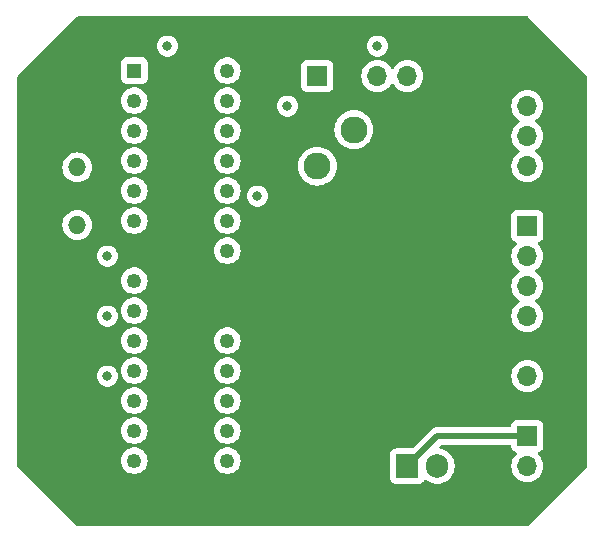
<source format=gbr>
%TF.GenerationSoftware,KiCad,Pcbnew,7.0.10*%
%TF.CreationDate,2024-04-21T18:35:41+05:30*%
%TF.ProjectId,ESDP_Final,45534450-5f46-4696-9e61-6c2e6b696361,rev?*%
%TF.SameCoordinates,Original*%
%TF.FileFunction,Copper,L3,Inr*%
%TF.FilePolarity,Positive*%
%FSLAX46Y46*%
G04 Gerber Fmt 4.6, Leading zero omitted, Abs format (unit mm)*
G04 Created by KiCad (PCBNEW 7.0.10) date 2024-04-21 18:35:41*
%MOMM*%
%LPD*%
G01*
G04 APERTURE LIST*
%TA.AperFunction,ComponentPad*%
%ADD10O,1.524000X1.524000*%
%TD*%
%TA.AperFunction,ComponentPad*%
%ADD11R,1.700000X1.700000*%
%TD*%
%TA.AperFunction,ComponentPad*%
%ADD12O,1.700000X1.700000*%
%TD*%
%TA.AperFunction,ComponentPad*%
%ADD13R,1.250000X1.250000*%
%TD*%
%TA.AperFunction,ComponentPad*%
%ADD14C,1.250000*%
%TD*%
%TA.AperFunction,ComponentPad*%
%ADD15R,1.905000X2.000000*%
%TD*%
%TA.AperFunction,ComponentPad*%
%ADD16O,1.905000X2.000000*%
%TD*%
%TA.AperFunction,ComponentPad*%
%ADD17C,2.286000*%
%TD*%
%TA.AperFunction,ViaPad*%
%ADD18C,0.800000*%
%TD*%
%TA.AperFunction,Conductor*%
%ADD19C,0.500000*%
%TD*%
G04 APERTURE END LIST*
D10*
%TO.N,Net-(U3-PB6(PCINT6{slash}XTAL1{slash}TOSC1))*%
%TO.C,16MHZ_C1*%
X139700000Y-73760000D03*
%TO.N,Net-(U3-PB7(PCINT7{slash}XTAL2{slash}TOSC2))*%
X139700000Y-78640000D03*
%TD*%
D11*
%TO.N,/PWR*%
%TO.C,J1*%
X177800000Y-96520000D03*
D12*
%TO.N,/GND*%
X177800000Y-99060000D03*
%TD*%
D13*
%TO.N,Net-(U3-PC6(PCINT14{slash}~{RESET}))*%
%TO.C,U3*%
X144526000Y-65575000D03*
D14*
%TO.N,Net-(OLED1-SCK)*%
X144526000Y-68115000D03*
%TO.N,Net-(OLED1-SDA)*%
X144526000Y-70655000D03*
%TO.N,unconnected-(U3-PD2(PCINT18{slash}INT0)-Pad4)*%
X144526000Y-73195000D03*
%TO.N,unconnected-(U3-PD3(PCINT19{slash}OC2B{slash}INT1)-Pad5)*%
X144526000Y-75735000D03*
%TO.N,unconnected-(U3-PD4(PCINT20{slash}XCK{slash}T0)-Pad6)*%
X144526000Y-78275000D03*
%TO.N,/5V_PWR*%
X144526000Y-80815000D03*
%TO.N,/GND*%
X144526000Y-83355000D03*
%TO.N,Net-(U3-PB6(PCINT6{slash}XTAL1{slash}TOSC1))*%
X144526000Y-85895000D03*
%TO.N,Net-(U3-PB7(PCINT7{slash}XTAL2{slash}TOSC2))*%
X144526000Y-88435000D03*
%TO.N,unconnected-(U3-PD5(PCINT21{slash}OC0B{slash}T1)-Pad11)*%
X144526000Y-90975000D03*
%TO.N,unconnected-(U3-PD6(PCINT22{slash}OC0A{slash}AIN0)-Pad12)*%
X144526000Y-93515000D03*
%TO.N,unconnected-(U3-PD7(PCINT23{slash}AIN1)-Pad13)*%
X144526000Y-96055000D03*
%TO.N,unconnected-(U3-PB0(PCINT0{slash}CLKO{slash}ICP1)-Pad14)*%
X144526000Y-98595000D03*
%TO.N,Net-(U3-PB1(OC1A{slash}PCINT1))*%
X152400000Y-98595000D03*
%TO.N,unconnected-(U3-PB2(~{SS}{slash}OC1B{slash}PCINT2)-Pad16)*%
X152400000Y-96055000D03*
%TO.N,unconnected-(U3-PB3(MOSI{slash}OC2A{slash}PCINT3)-Pad17)*%
X152400000Y-93515000D03*
%TO.N,unconnected-(U3-PB4(MISO{slash}PCINT4)-Pad18)*%
X152400000Y-90975000D03*
%TO.N,unconnected-(U3-PB5(SCK{slash}PCINT5)-Pad19)*%
X152400000Y-88435000D03*
%TO.N,/5V_PWR*%
X152400000Y-85895000D03*
X152400000Y-83355000D03*
%TO.N,/GND*%
X152400000Y-80815000D03*
%TO.N,/Temp_Out*%
X152400000Y-78275000D03*
%TO.N,/Humidity_Out*%
X152400000Y-75735000D03*
%TO.N,/Co2_Out*%
X152400000Y-73195000D03*
%TO.N,/AirPoll_Out*%
X152400000Y-70655000D03*
%TO.N,Net-(TCOO500-SDA)*%
X152400000Y-68115000D03*
%TO.N,Net-(TCOO500-SCL)*%
X152400000Y-65575000D03*
%TD*%
D11*
%TO.N,/GND*%
%TO.C,OLED1*%
X160020000Y-66040000D03*
D12*
%TO.N,/5V_PWR*%
X162560000Y-66040000D03*
%TO.N,Net-(OLED1-SCK)*%
X165100000Y-66040000D03*
%TO.N,Net-(OLED1-SDA)*%
X167640000Y-66040000D03*
%TD*%
D15*
%TO.N,/PWR*%
%TO.C,L7805*%
X167640000Y-99060000D03*
D16*
%TO.N,/GND*%
X170180000Y-99060000D03*
%TO.N,/5V_PWR*%
X172720000Y-99060000D03*
%TD*%
D11*
%TO.N,unconnected-(TCOO500-32K-Pad1)*%
%TO.C,TCOO500*%
X177800000Y-78740000D03*
D12*
%TO.N,unconnected-(TCOO500-SQW-Pad2)*%
X177800000Y-81280000D03*
%TO.N,Net-(TCOO500-SCL)*%
X177800000Y-83820000D03*
%TO.N,Net-(TCOO500-SDA)*%
X177800000Y-86360000D03*
%TO.N,/5V_PWR*%
X177800000Y-88900000D03*
%TO.N,/GND*%
X177800000Y-91440000D03*
%TD*%
D11*
%TO.N,/5V_PWR*%
%TO.C,MQ135*%
X177800000Y-66040000D03*
D12*
%TO.N,/GND*%
X177800000Y-68580000D03*
%TO.N,unconnected-(MQ135-D0-Pad3)*%
X177800000Y-71120000D03*
%TO.N,/AirPoll_Out*%
X177800000Y-73660000D03*
%TD*%
D17*
%TO.N,/5V_PWR*%
%TO.C,MG812*%
X160020000Y-70560000D03*
%TO.N,/GND*%
X163120000Y-70560000D03*
%TO.N,/5V_PWR*%
X163120000Y-73660000D03*
%TO.N,/Co2_Out*%
X160020000Y-73660000D03*
%TD*%
D18*
%TO.N,Net-(U3-PB6(PCINT6{slash}XTAL1{slash}TOSC1))*%
X142240000Y-81280000D03*
%TO.N,/5V_PWR*%
X162560000Y-76925000D03*
X144780000Y-101600000D03*
%TO.N,Net-(OLED1-SDA)*%
X147320000Y-63500000D03*
X165100000Y-63500000D03*
%TO.N,/AirPoll_Out*%
X157480000Y-68580000D03*
%TO.N,/GND*%
X142240000Y-91440000D03*
X154940000Y-76200000D03*
X142240000Y-86360000D03*
%TD*%
D19*
%TO.N,/PWR*%
X170180000Y-96520000D02*
X167640000Y-99060000D01*
X177800000Y-96520000D02*
X170180000Y-96520000D01*
%TD*%
%TA.AperFunction,Conductor*%
%TO.N,/5V_PWR*%
G36*
X177815469Y-60980185D02*
G01*
X177836111Y-60996819D01*
X182843181Y-66003888D01*
X182876666Y-66065211D01*
X182879500Y-66091569D01*
X182879500Y-99008430D01*
X182859815Y-99075469D01*
X182843181Y-99096111D01*
X177836111Y-104103181D01*
X177774788Y-104136666D01*
X177748430Y-104139500D01*
X139751569Y-104139500D01*
X139684530Y-104119815D01*
X139663888Y-104103181D01*
X135668578Y-100107870D01*
X166187000Y-100107870D01*
X166187001Y-100107876D01*
X166193408Y-100167483D01*
X166243702Y-100302328D01*
X166243706Y-100302335D01*
X166329952Y-100417544D01*
X166329955Y-100417547D01*
X166445164Y-100503793D01*
X166445171Y-100503797D01*
X166580017Y-100554091D01*
X166580016Y-100554091D01*
X166586944Y-100554835D01*
X166639627Y-100560500D01*
X168640372Y-100560499D01*
X168699983Y-100554091D01*
X168834831Y-100503796D01*
X168950046Y-100417546D01*
X169036296Y-100302331D01*
X169047725Y-100271687D01*
X169089594Y-100215755D01*
X169155058Y-100191336D01*
X169223331Y-100206186D01*
X169240069Y-100217167D01*
X169382552Y-100328066D01*
X169382558Y-100328070D01*
X169382561Y-100328072D01*
X169594336Y-100442679D01*
X169712598Y-100483278D01*
X169822083Y-100520865D01*
X169822085Y-100520865D01*
X169822087Y-100520866D01*
X170059601Y-100560500D01*
X170059602Y-100560500D01*
X170300398Y-100560500D01*
X170300399Y-100560500D01*
X170537913Y-100520866D01*
X170765664Y-100442679D01*
X170977439Y-100328072D01*
X171167463Y-100180171D01*
X171330551Y-100003010D01*
X171462255Y-99801422D01*
X171558983Y-99580905D01*
X171618095Y-99347476D01*
X171633000Y-99167600D01*
X171633000Y-98952400D01*
X171618095Y-98772524D01*
X171558983Y-98539095D01*
X171462255Y-98318578D01*
X171330551Y-98116990D01*
X171167463Y-97939829D01*
X171010505Y-97817664D01*
X170977441Y-97791929D01*
X170765665Y-97677321D01*
X170765656Y-97677318D01*
X170537916Y-97599134D01*
X170453568Y-97585059D01*
X170390683Y-97554608D01*
X170354243Y-97494993D01*
X170355819Y-97425141D01*
X170386293Y-97375073D01*
X170454550Y-97306816D01*
X170515872Y-97273334D01*
X170542229Y-97270500D01*
X176325501Y-97270500D01*
X176392540Y-97290185D01*
X176438295Y-97342989D01*
X176449501Y-97394500D01*
X176449501Y-97417876D01*
X176455908Y-97477483D01*
X176506202Y-97612328D01*
X176506206Y-97612335D01*
X176592452Y-97727544D01*
X176592455Y-97727547D01*
X176707664Y-97813793D01*
X176707671Y-97813797D01*
X176839081Y-97862810D01*
X176895015Y-97904681D01*
X176919432Y-97970145D01*
X176904580Y-98038418D01*
X176883430Y-98066673D01*
X176761503Y-98188600D01*
X176625965Y-98382169D01*
X176625964Y-98382171D01*
X176532401Y-98582816D01*
X176526721Y-98595000D01*
X176526098Y-98596335D01*
X176526094Y-98596344D01*
X176464938Y-98824586D01*
X176464936Y-98824596D01*
X176444341Y-99059999D01*
X176444341Y-99060000D01*
X176464936Y-99295403D01*
X176464938Y-99295413D01*
X176526094Y-99523655D01*
X176526096Y-99523659D01*
X176526097Y-99523663D01*
X176600011Y-99682171D01*
X176625965Y-99737830D01*
X176625967Y-99737834D01*
X176734281Y-99892521D01*
X176761505Y-99931401D01*
X176928599Y-100098495D01*
X177025384Y-100166265D01*
X177122165Y-100234032D01*
X177122167Y-100234033D01*
X177122170Y-100234035D01*
X177336337Y-100333903D01*
X177564592Y-100395063D01*
X177752918Y-100411539D01*
X177799999Y-100415659D01*
X177800000Y-100415659D01*
X177800001Y-100415659D01*
X177839234Y-100412226D01*
X178035408Y-100395063D01*
X178263663Y-100333903D01*
X178477830Y-100234035D01*
X178671401Y-100098495D01*
X178838495Y-99931401D01*
X178974035Y-99737830D01*
X179073903Y-99523663D01*
X179135063Y-99295408D01*
X179155659Y-99060000D01*
X179135063Y-98824592D01*
X179073903Y-98596337D01*
X178974035Y-98382171D01*
X178838495Y-98188599D01*
X178716567Y-98066671D01*
X178683084Y-98005351D01*
X178688068Y-97935659D01*
X178729939Y-97879725D01*
X178760915Y-97862810D01*
X178892331Y-97813796D01*
X179007546Y-97727546D01*
X179093796Y-97612331D01*
X179144091Y-97477483D01*
X179150500Y-97417873D01*
X179150499Y-95622128D01*
X179144091Y-95562517D01*
X179105840Y-95459962D01*
X179093797Y-95427671D01*
X179093793Y-95427664D01*
X179007547Y-95312455D01*
X179007544Y-95312452D01*
X178892335Y-95226206D01*
X178892328Y-95226202D01*
X178757482Y-95175908D01*
X178757483Y-95175908D01*
X178697883Y-95169501D01*
X178697881Y-95169500D01*
X178697873Y-95169500D01*
X178697864Y-95169500D01*
X176902129Y-95169500D01*
X176902123Y-95169501D01*
X176842516Y-95175908D01*
X176707671Y-95226202D01*
X176707664Y-95226206D01*
X176592455Y-95312452D01*
X176592452Y-95312455D01*
X176506206Y-95427664D01*
X176506202Y-95427671D01*
X176455908Y-95562517D01*
X176449501Y-95622116D01*
X176449501Y-95622123D01*
X176449500Y-95622135D01*
X176449500Y-95645500D01*
X176429815Y-95712539D01*
X176377011Y-95758294D01*
X176325500Y-95769500D01*
X170243705Y-95769500D01*
X170225735Y-95768191D01*
X170201972Y-95764710D01*
X170155642Y-95768764D01*
X170152632Y-95769028D01*
X170141826Y-95769500D01*
X170136284Y-95769500D01*
X170105484Y-95773100D01*
X170101899Y-95773466D01*
X170027200Y-95780001D01*
X170020133Y-95781461D01*
X170020121Y-95781404D01*
X170012754Y-95783038D01*
X170012768Y-95783094D01*
X170005745Y-95784758D01*
X169935270Y-95810407D01*
X169931870Y-95811589D01*
X169860666Y-95835185D01*
X169854119Y-95838238D01*
X169854094Y-95838186D01*
X169847314Y-95841468D01*
X169847340Y-95841520D01*
X169840882Y-95844763D01*
X169778235Y-95885966D01*
X169775199Y-95887900D01*
X169711346Y-95927287D01*
X169705677Y-95931770D01*
X169705641Y-95931724D01*
X169699798Y-95936484D01*
X169699835Y-95936528D01*
X169694310Y-95941164D01*
X169642831Y-95995727D01*
X169640319Y-95998312D01*
X168115450Y-97523181D01*
X168054127Y-97556666D01*
X168027769Y-97559500D01*
X166639629Y-97559500D01*
X166639623Y-97559501D01*
X166580016Y-97565908D01*
X166445171Y-97616202D01*
X166445164Y-97616206D01*
X166329955Y-97702452D01*
X166329952Y-97702455D01*
X166243706Y-97817664D01*
X166243702Y-97817671D01*
X166193408Y-97952517D01*
X166187001Y-98012116D01*
X166187000Y-98012135D01*
X166187000Y-100107870D01*
X135668578Y-100107870D01*
X134656819Y-99096111D01*
X134623334Y-99034788D01*
X134620500Y-99008430D01*
X134620500Y-98595000D01*
X143395678Y-98595000D01*
X143414923Y-98802691D01*
X143414923Y-98802693D01*
X143414924Y-98802696D01*
X143472006Y-99003319D01*
X143472007Y-99003322D01*
X143500420Y-99060383D01*
X143564981Y-99190038D01*
X143690682Y-99356493D01*
X143844829Y-99497016D01*
X144022172Y-99606823D01*
X144216673Y-99682173D01*
X144421707Y-99720500D01*
X144421710Y-99720500D01*
X144630290Y-99720500D01*
X144630293Y-99720500D01*
X144835327Y-99682173D01*
X145029828Y-99606823D01*
X145207171Y-99497016D01*
X145361318Y-99356493D01*
X145487019Y-99190038D01*
X145579994Y-99003319D01*
X145637076Y-98802696D01*
X145656322Y-98595000D01*
X151269678Y-98595000D01*
X151288923Y-98802691D01*
X151288923Y-98802693D01*
X151288924Y-98802696D01*
X151346006Y-99003319D01*
X151346007Y-99003322D01*
X151374420Y-99060383D01*
X151438981Y-99190038D01*
X151564682Y-99356493D01*
X151718829Y-99497016D01*
X151896172Y-99606823D01*
X152090673Y-99682173D01*
X152295707Y-99720500D01*
X152295710Y-99720500D01*
X152504290Y-99720500D01*
X152504293Y-99720500D01*
X152709327Y-99682173D01*
X152903828Y-99606823D01*
X153081171Y-99497016D01*
X153235318Y-99356493D01*
X153361019Y-99190038D01*
X153453994Y-99003319D01*
X153511076Y-98802696D01*
X153530322Y-98595000D01*
X153511076Y-98387304D01*
X153453994Y-98186681D01*
X153361019Y-97999962D01*
X153235318Y-97833507D01*
X153217944Y-97817669D01*
X153081172Y-97692985D01*
X153081171Y-97692984D01*
X152903828Y-97583177D01*
X152903827Y-97583176D01*
X152748960Y-97523181D01*
X152709327Y-97507827D01*
X152504293Y-97469500D01*
X152295707Y-97469500D01*
X152090673Y-97507827D01*
X152090670Y-97507827D01*
X152090670Y-97507828D01*
X151896172Y-97583176D01*
X151896171Y-97583177D01*
X151718827Y-97692985D01*
X151564683Y-97833505D01*
X151438981Y-97999961D01*
X151346007Y-98186677D01*
X151346006Y-98186681D01*
X151290385Y-98382171D01*
X151288923Y-98387308D01*
X151269678Y-98594999D01*
X151269678Y-98595000D01*
X145656322Y-98595000D01*
X145637076Y-98387304D01*
X145579994Y-98186681D01*
X145487019Y-97999962D01*
X145361318Y-97833507D01*
X145343944Y-97817669D01*
X145207172Y-97692985D01*
X145207171Y-97692984D01*
X145029828Y-97583177D01*
X145029827Y-97583176D01*
X144874960Y-97523181D01*
X144835327Y-97507827D01*
X144630293Y-97469500D01*
X144421707Y-97469500D01*
X144216673Y-97507827D01*
X144216670Y-97507827D01*
X144216670Y-97507828D01*
X144022172Y-97583176D01*
X144022171Y-97583177D01*
X143844827Y-97692985D01*
X143690683Y-97833505D01*
X143564981Y-97999961D01*
X143472007Y-98186677D01*
X143472006Y-98186681D01*
X143416385Y-98382171D01*
X143414923Y-98387308D01*
X143395678Y-98594999D01*
X143395678Y-98595000D01*
X134620500Y-98595000D01*
X134620500Y-96055000D01*
X143395678Y-96055000D01*
X143414923Y-96262691D01*
X143414923Y-96262693D01*
X143414924Y-96262696D01*
X143472006Y-96463319D01*
X143564981Y-96650038D01*
X143690682Y-96816493D01*
X143844829Y-96957016D01*
X144022172Y-97066823D01*
X144216673Y-97142173D01*
X144421707Y-97180500D01*
X144421710Y-97180500D01*
X144630290Y-97180500D01*
X144630293Y-97180500D01*
X144835327Y-97142173D01*
X145029828Y-97066823D01*
X145207171Y-96957016D01*
X145361318Y-96816493D01*
X145487019Y-96650038D01*
X145579994Y-96463319D01*
X145637076Y-96262696D01*
X145656322Y-96055000D01*
X151269678Y-96055000D01*
X151288923Y-96262691D01*
X151288923Y-96262693D01*
X151288924Y-96262696D01*
X151346006Y-96463319D01*
X151438981Y-96650038D01*
X151564682Y-96816493D01*
X151718829Y-96957016D01*
X151896172Y-97066823D01*
X152090673Y-97142173D01*
X152295707Y-97180500D01*
X152295710Y-97180500D01*
X152504290Y-97180500D01*
X152504293Y-97180500D01*
X152709327Y-97142173D01*
X152903828Y-97066823D01*
X153081171Y-96957016D01*
X153235318Y-96816493D01*
X153361019Y-96650038D01*
X153453994Y-96463319D01*
X153511076Y-96262696D01*
X153530322Y-96055000D01*
X153511076Y-95847304D01*
X153453994Y-95646681D01*
X153361019Y-95459962D01*
X153235318Y-95293507D01*
X153081171Y-95152984D01*
X152903828Y-95043177D01*
X152903827Y-95043176D01*
X152761609Y-94988081D01*
X152709327Y-94967827D01*
X152504293Y-94929500D01*
X152295707Y-94929500D01*
X152090673Y-94967827D01*
X152090670Y-94967827D01*
X152090670Y-94967828D01*
X151896172Y-95043176D01*
X151896171Y-95043177D01*
X151718827Y-95152985D01*
X151564683Y-95293505D01*
X151438981Y-95459961D01*
X151346007Y-95646677D01*
X151346006Y-95646681D01*
X151290585Y-95841468D01*
X151288923Y-95847308D01*
X151269678Y-96054999D01*
X151269678Y-96055000D01*
X145656322Y-96055000D01*
X145637076Y-95847304D01*
X145579994Y-95646681D01*
X145487019Y-95459962D01*
X145361318Y-95293507D01*
X145207171Y-95152984D01*
X145029828Y-95043177D01*
X145029827Y-95043176D01*
X144887609Y-94988081D01*
X144835327Y-94967827D01*
X144630293Y-94929500D01*
X144421707Y-94929500D01*
X144216673Y-94967827D01*
X144216670Y-94967827D01*
X144216670Y-94967828D01*
X144022172Y-95043176D01*
X144022171Y-95043177D01*
X143844827Y-95152985D01*
X143690683Y-95293505D01*
X143564981Y-95459961D01*
X143472007Y-95646677D01*
X143472006Y-95646681D01*
X143416585Y-95841468D01*
X143414923Y-95847308D01*
X143395678Y-96054999D01*
X143395678Y-96055000D01*
X134620500Y-96055000D01*
X134620500Y-93515000D01*
X143395678Y-93515000D01*
X143414923Y-93722691D01*
X143414923Y-93722693D01*
X143414924Y-93722696D01*
X143472006Y-93923319D01*
X143564981Y-94110038D01*
X143690682Y-94276493D01*
X143844829Y-94417016D01*
X144022172Y-94526823D01*
X144216673Y-94602173D01*
X144421707Y-94640500D01*
X144421710Y-94640500D01*
X144630290Y-94640500D01*
X144630293Y-94640500D01*
X144835327Y-94602173D01*
X145029828Y-94526823D01*
X145207171Y-94417016D01*
X145361318Y-94276493D01*
X145487019Y-94110038D01*
X145579994Y-93923319D01*
X145637076Y-93722696D01*
X145656322Y-93515000D01*
X151269678Y-93515000D01*
X151288923Y-93722691D01*
X151288923Y-93722693D01*
X151288924Y-93722696D01*
X151346006Y-93923319D01*
X151438981Y-94110038D01*
X151564682Y-94276493D01*
X151718829Y-94417016D01*
X151896172Y-94526823D01*
X152090673Y-94602173D01*
X152295707Y-94640500D01*
X152295710Y-94640500D01*
X152504290Y-94640500D01*
X152504293Y-94640500D01*
X152709327Y-94602173D01*
X152903828Y-94526823D01*
X153081171Y-94417016D01*
X153235318Y-94276493D01*
X153361019Y-94110038D01*
X153453994Y-93923319D01*
X153511076Y-93722696D01*
X153530322Y-93515000D01*
X153511076Y-93307304D01*
X153453994Y-93106681D01*
X153361019Y-92919962D01*
X153235318Y-92753507D01*
X153081171Y-92612984D01*
X152903828Y-92503177D01*
X152903827Y-92503176D01*
X152761609Y-92448081D01*
X152709327Y-92427827D01*
X152504293Y-92389500D01*
X152295707Y-92389500D01*
X152090673Y-92427827D01*
X152090670Y-92427827D01*
X152090670Y-92427828D01*
X151896172Y-92503176D01*
X151896171Y-92503177D01*
X151718827Y-92612985D01*
X151564683Y-92753505D01*
X151438981Y-92919961D01*
X151346007Y-93106677D01*
X151288923Y-93307308D01*
X151269678Y-93514999D01*
X151269678Y-93515000D01*
X145656322Y-93515000D01*
X145637076Y-93307304D01*
X145579994Y-93106681D01*
X145487019Y-92919962D01*
X145361318Y-92753507D01*
X145207171Y-92612984D01*
X145029828Y-92503177D01*
X145029827Y-92503176D01*
X144887609Y-92448081D01*
X144835327Y-92427827D01*
X144630293Y-92389500D01*
X144421707Y-92389500D01*
X144216673Y-92427827D01*
X144216670Y-92427827D01*
X144216670Y-92427828D01*
X144022172Y-92503176D01*
X144022171Y-92503177D01*
X143844827Y-92612985D01*
X143690683Y-92753505D01*
X143564981Y-92919961D01*
X143472007Y-93106677D01*
X143414923Y-93307308D01*
X143395678Y-93514999D01*
X143395678Y-93515000D01*
X134620500Y-93515000D01*
X134620500Y-91440000D01*
X141334540Y-91440000D01*
X141354326Y-91628256D01*
X141354327Y-91628259D01*
X141412818Y-91808277D01*
X141412821Y-91808284D01*
X141507467Y-91972216D01*
X141588463Y-92062171D01*
X141634129Y-92112888D01*
X141787265Y-92224148D01*
X141787270Y-92224151D01*
X141960192Y-92301142D01*
X141960197Y-92301144D01*
X142145354Y-92340500D01*
X142145355Y-92340500D01*
X142334644Y-92340500D01*
X142334646Y-92340500D01*
X142519803Y-92301144D01*
X142692730Y-92224151D01*
X142845871Y-92112888D01*
X142972533Y-91972216D01*
X143067179Y-91808284D01*
X143125674Y-91628256D01*
X143145460Y-91440000D01*
X143125674Y-91251744D01*
X143067179Y-91071716D01*
X143011340Y-90975000D01*
X143395678Y-90975000D01*
X143414923Y-91182691D01*
X143414923Y-91182693D01*
X143414924Y-91182696D01*
X143421154Y-91204592D01*
X143472007Y-91383322D01*
X143564981Y-91570038D01*
X143690682Y-91736493D01*
X143844829Y-91877016D01*
X144022172Y-91986823D01*
X144216673Y-92062173D01*
X144421707Y-92100500D01*
X144421710Y-92100500D01*
X144630290Y-92100500D01*
X144630293Y-92100500D01*
X144835327Y-92062173D01*
X145029828Y-91986823D01*
X145207171Y-91877016D01*
X145361318Y-91736493D01*
X145487019Y-91570038D01*
X145579994Y-91383319D01*
X145637076Y-91182696D01*
X145656322Y-90975000D01*
X151269678Y-90975000D01*
X151288923Y-91182691D01*
X151288923Y-91182693D01*
X151288924Y-91182696D01*
X151295154Y-91204592D01*
X151346007Y-91383322D01*
X151438981Y-91570038D01*
X151564682Y-91736493D01*
X151718829Y-91877016D01*
X151896172Y-91986823D01*
X152090673Y-92062173D01*
X152295707Y-92100500D01*
X152295710Y-92100500D01*
X152504290Y-92100500D01*
X152504293Y-92100500D01*
X152709327Y-92062173D01*
X152903828Y-91986823D01*
X153081171Y-91877016D01*
X153235318Y-91736493D01*
X153361019Y-91570038D01*
X153425770Y-91440000D01*
X176444341Y-91440000D01*
X176464936Y-91675403D01*
X176464938Y-91675413D01*
X176526094Y-91903655D01*
X176526096Y-91903659D01*
X176526097Y-91903663D01*
X176600011Y-92062171D01*
X176625965Y-92117830D01*
X176625967Y-92117834D01*
X176700412Y-92224151D01*
X176761505Y-92311401D01*
X176928599Y-92478495D01*
X176963849Y-92503177D01*
X177122165Y-92614032D01*
X177122167Y-92614033D01*
X177122170Y-92614035D01*
X177336337Y-92713903D01*
X177564592Y-92775063D01*
X177752918Y-92791539D01*
X177799999Y-92795659D01*
X177800000Y-92795659D01*
X177800001Y-92795659D01*
X177839234Y-92792226D01*
X178035408Y-92775063D01*
X178263663Y-92713903D01*
X178477830Y-92614035D01*
X178671401Y-92478495D01*
X178838495Y-92311401D01*
X178974035Y-92117830D01*
X179073903Y-91903663D01*
X179135063Y-91675408D01*
X179155659Y-91440000D01*
X179135063Y-91204592D01*
X179073903Y-90976337D01*
X178974035Y-90762171D01*
X178899590Y-90655851D01*
X178838494Y-90568597D01*
X178671402Y-90401506D01*
X178671395Y-90401501D01*
X178477834Y-90265967D01*
X178477830Y-90265965D01*
X178477828Y-90265964D01*
X178263663Y-90166097D01*
X178263659Y-90166096D01*
X178263655Y-90166094D01*
X178035413Y-90104938D01*
X178035403Y-90104936D01*
X177800001Y-90084341D01*
X177799999Y-90084341D01*
X177564596Y-90104936D01*
X177564586Y-90104938D01*
X177336344Y-90166094D01*
X177336335Y-90166098D01*
X177122171Y-90265964D01*
X177122169Y-90265965D01*
X176928597Y-90401505D01*
X176761505Y-90568597D01*
X176625965Y-90762169D01*
X176625964Y-90762171D01*
X176532401Y-90962816D01*
X176526721Y-90975000D01*
X176526098Y-90976335D01*
X176526094Y-90976344D01*
X176464938Y-91204586D01*
X176464936Y-91204596D01*
X176444341Y-91439999D01*
X176444341Y-91440000D01*
X153425770Y-91440000D01*
X153453994Y-91383319D01*
X153511076Y-91182696D01*
X153530322Y-90975000D01*
X153511076Y-90767304D01*
X153453994Y-90566681D01*
X153361019Y-90379962D01*
X153235318Y-90213507D01*
X153081171Y-90072984D01*
X152903828Y-89963177D01*
X152903827Y-89963176D01*
X152761609Y-89908081D01*
X152709327Y-89887827D01*
X152504293Y-89849500D01*
X152295707Y-89849500D01*
X152090673Y-89887827D01*
X152090670Y-89887827D01*
X152090670Y-89887828D01*
X151896172Y-89963176D01*
X151896171Y-89963177D01*
X151718827Y-90072985D01*
X151564683Y-90213505D01*
X151438981Y-90379961D01*
X151346007Y-90566677D01*
X151346006Y-90566681D01*
X151290385Y-90762171D01*
X151288923Y-90767308D01*
X151269678Y-90974999D01*
X151269678Y-90975000D01*
X145656322Y-90975000D01*
X145637076Y-90767304D01*
X145579994Y-90566681D01*
X145487019Y-90379962D01*
X145361318Y-90213507D01*
X145207171Y-90072984D01*
X145029828Y-89963177D01*
X145029827Y-89963176D01*
X144887609Y-89908081D01*
X144835327Y-89887827D01*
X144630293Y-89849500D01*
X144421707Y-89849500D01*
X144216673Y-89887827D01*
X144216670Y-89887827D01*
X144216670Y-89887828D01*
X144022172Y-89963176D01*
X144022171Y-89963177D01*
X143844827Y-90072985D01*
X143690683Y-90213505D01*
X143564981Y-90379961D01*
X143472007Y-90566677D01*
X143472006Y-90566681D01*
X143416385Y-90762171D01*
X143414923Y-90767308D01*
X143395678Y-90974999D01*
X143395678Y-90975000D01*
X143011340Y-90975000D01*
X142972533Y-90907784D01*
X142845871Y-90767112D01*
X142845870Y-90767111D01*
X142692734Y-90655851D01*
X142692729Y-90655848D01*
X142519807Y-90578857D01*
X142519802Y-90578855D01*
X142374001Y-90547865D01*
X142334646Y-90539500D01*
X142145354Y-90539500D01*
X142112897Y-90546398D01*
X141960197Y-90578855D01*
X141960192Y-90578857D01*
X141787270Y-90655848D01*
X141787265Y-90655851D01*
X141634129Y-90767111D01*
X141507466Y-90907785D01*
X141412821Y-91071715D01*
X141412818Y-91071722D01*
X141369645Y-91204596D01*
X141354326Y-91251744D01*
X141334540Y-91440000D01*
X134620500Y-91440000D01*
X134620500Y-88435000D01*
X143395678Y-88435000D01*
X143414923Y-88642691D01*
X143414923Y-88642693D01*
X143414924Y-88642696D01*
X143472006Y-88843319D01*
X143564981Y-89030038D01*
X143690682Y-89196493D01*
X143844829Y-89337016D01*
X144022172Y-89446823D01*
X144216673Y-89522173D01*
X144421707Y-89560500D01*
X144421710Y-89560500D01*
X144630290Y-89560500D01*
X144630293Y-89560500D01*
X144835327Y-89522173D01*
X145029828Y-89446823D01*
X145207171Y-89337016D01*
X145361318Y-89196493D01*
X145487019Y-89030038D01*
X145579994Y-88843319D01*
X145637076Y-88642696D01*
X145656322Y-88435000D01*
X151269678Y-88435000D01*
X151288923Y-88642691D01*
X151288923Y-88642693D01*
X151288924Y-88642696D01*
X151346006Y-88843319D01*
X151438981Y-89030038D01*
X151564682Y-89196493D01*
X151718829Y-89337016D01*
X151896172Y-89446823D01*
X152090673Y-89522173D01*
X152295707Y-89560500D01*
X152295710Y-89560500D01*
X152504290Y-89560500D01*
X152504293Y-89560500D01*
X152709327Y-89522173D01*
X152903828Y-89446823D01*
X153081171Y-89337016D01*
X153235318Y-89196493D01*
X153361019Y-89030038D01*
X153453994Y-88843319D01*
X153511076Y-88642696D01*
X153530322Y-88435000D01*
X153511076Y-88227304D01*
X153453994Y-88026681D01*
X153361019Y-87839962D01*
X153235318Y-87673507D01*
X153081171Y-87532984D01*
X152903828Y-87423177D01*
X152903827Y-87423176D01*
X152761609Y-87368081D01*
X152709327Y-87347827D01*
X152504293Y-87309500D01*
X152295707Y-87309500D01*
X152090673Y-87347827D01*
X152090670Y-87347827D01*
X152090670Y-87347828D01*
X151896172Y-87423176D01*
X151896171Y-87423177D01*
X151718827Y-87532985D01*
X151564683Y-87673505D01*
X151438981Y-87839961D01*
X151346007Y-88026677D01*
X151288923Y-88227308D01*
X151269678Y-88434999D01*
X151269678Y-88435000D01*
X145656322Y-88435000D01*
X145637076Y-88227304D01*
X145579994Y-88026681D01*
X145487019Y-87839962D01*
X145361318Y-87673507D01*
X145207171Y-87532984D01*
X145029828Y-87423177D01*
X145029827Y-87423176D01*
X144887609Y-87368081D01*
X144835327Y-87347827D01*
X144630293Y-87309500D01*
X144421707Y-87309500D01*
X144216673Y-87347827D01*
X144216670Y-87347827D01*
X144216670Y-87347828D01*
X144022172Y-87423176D01*
X144022171Y-87423177D01*
X143844827Y-87532985D01*
X143690683Y-87673505D01*
X143564981Y-87839961D01*
X143472007Y-88026677D01*
X143414923Y-88227308D01*
X143395678Y-88434999D01*
X143395678Y-88435000D01*
X134620500Y-88435000D01*
X134620500Y-86360000D01*
X141334540Y-86360000D01*
X141354326Y-86548256D01*
X141354327Y-86548259D01*
X141412818Y-86728277D01*
X141412821Y-86728284D01*
X141507467Y-86892216D01*
X141588463Y-86982171D01*
X141634129Y-87032888D01*
X141787265Y-87144148D01*
X141787270Y-87144151D01*
X141960192Y-87221142D01*
X141960197Y-87221144D01*
X142145354Y-87260500D01*
X142145355Y-87260500D01*
X142334644Y-87260500D01*
X142334646Y-87260500D01*
X142519803Y-87221144D01*
X142692730Y-87144151D01*
X142845871Y-87032888D01*
X142972533Y-86892216D01*
X143067179Y-86728284D01*
X143125674Y-86548256D01*
X143145460Y-86360000D01*
X143125674Y-86171744D01*
X143067179Y-85991716D01*
X143011340Y-85895000D01*
X143395678Y-85895000D01*
X143414923Y-86102691D01*
X143414923Y-86102693D01*
X143414924Y-86102696D01*
X143421154Y-86124592D01*
X143472007Y-86303322D01*
X143564981Y-86490038D01*
X143690682Y-86656493D01*
X143844829Y-86797016D01*
X144022172Y-86906823D01*
X144216673Y-86982173D01*
X144421707Y-87020500D01*
X144421710Y-87020500D01*
X144630290Y-87020500D01*
X144630293Y-87020500D01*
X144835327Y-86982173D01*
X145029828Y-86906823D01*
X145207171Y-86797016D01*
X145361318Y-86656493D01*
X145487019Y-86490038D01*
X145551770Y-86360000D01*
X176444341Y-86360000D01*
X176464936Y-86595403D01*
X176464938Y-86595413D01*
X176526094Y-86823655D01*
X176526096Y-86823659D01*
X176526097Y-86823663D01*
X176600011Y-86982171D01*
X176625965Y-87037830D01*
X176625967Y-87037834D01*
X176700412Y-87144151D01*
X176761505Y-87231401D01*
X176928599Y-87398495D01*
X176963849Y-87423177D01*
X177122165Y-87534032D01*
X177122167Y-87534033D01*
X177122170Y-87534035D01*
X177336337Y-87633903D01*
X177564592Y-87695063D01*
X177752918Y-87711539D01*
X177799999Y-87715659D01*
X177800000Y-87715659D01*
X177800001Y-87715659D01*
X177839234Y-87712226D01*
X178035408Y-87695063D01*
X178263663Y-87633903D01*
X178477830Y-87534035D01*
X178671401Y-87398495D01*
X178838495Y-87231401D01*
X178974035Y-87037830D01*
X179073903Y-86823663D01*
X179135063Y-86595408D01*
X179155659Y-86360000D01*
X179135063Y-86124592D01*
X179073903Y-85896337D01*
X178974035Y-85682171D01*
X178899590Y-85575851D01*
X178838494Y-85488597D01*
X178671402Y-85321506D01*
X178671396Y-85321501D01*
X178485842Y-85191575D01*
X178442217Y-85136998D01*
X178435023Y-85067500D01*
X178466546Y-85005145D01*
X178485842Y-84988425D01*
X178636151Y-84883177D01*
X178671401Y-84858495D01*
X178838495Y-84691401D01*
X178974035Y-84497830D01*
X179073903Y-84283663D01*
X179135063Y-84055408D01*
X179155659Y-83820000D01*
X179135063Y-83584592D01*
X179073903Y-83356337D01*
X178974035Y-83142171D01*
X178838495Y-82948599D01*
X178838494Y-82948597D01*
X178671402Y-82781506D01*
X178671396Y-82781501D01*
X178485842Y-82651575D01*
X178442217Y-82596998D01*
X178435023Y-82527500D01*
X178466546Y-82465145D01*
X178485842Y-82448425D01*
X178636151Y-82343177D01*
X178671401Y-82318495D01*
X178838495Y-82151401D01*
X178974035Y-81957830D01*
X179073903Y-81743663D01*
X179135063Y-81515408D01*
X179155659Y-81280000D01*
X179135063Y-81044592D01*
X179073903Y-80816337D01*
X178974035Y-80602171D01*
X178899589Y-80495851D01*
X178838496Y-80408600D01*
X178809396Y-80379500D01*
X178716567Y-80286671D01*
X178683084Y-80225351D01*
X178688068Y-80155659D01*
X178729939Y-80099725D01*
X178760915Y-80082810D01*
X178892331Y-80033796D01*
X179007546Y-79947546D01*
X179093796Y-79832331D01*
X179144091Y-79697483D01*
X179150500Y-79637873D01*
X179150499Y-77842128D01*
X179144091Y-77782517D01*
X179105840Y-77679962D01*
X179093797Y-77647671D01*
X179093793Y-77647664D01*
X179007547Y-77532455D01*
X179007544Y-77532452D01*
X178892335Y-77446206D01*
X178892328Y-77446202D01*
X178757482Y-77395908D01*
X178757483Y-77395908D01*
X178697883Y-77389501D01*
X178697881Y-77389500D01*
X178697873Y-77389500D01*
X178697864Y-77389500D01*
X176902129Y-77389500D01*
X176902123Y-77389501D01*
X176842516Y-77395908D01*
X176707671Y-77446202D01*
X176707664Y-77446206D01*
X176592455Y-77532452D01*
X176592452Y-77532455D01*
X176506206Y-77647664D01*
X176506202Y-77647671D01*
X176455908Y-77782517D01*
X176451300Y-77825381D01*
X176449501Y-77842123D01*
X176449500Y-77842135D01*
X176449500Y-79637870D01*
X176449501Y-79637876D01*
X176455908Y-79697483D01*
X176506202Y-79832328D01*
X176506206Y-79832335D01*
X176592452Y-79947544D01*
X176592455Y-79947547D01*
X176707664Y-80033793D01*
X176707671Y-80033797D01*
X176839081Y-80082810D01*
X176895015Y-80124681D01*
X176919432Y-80190145D01*
X176904580Y-80258418D01*
X176883430Y-80286673D01*
X176761503Y-80408600D01*
X176625965Y-80602169D01*
X176625964Y-80602171D01*
X176532401Y-80802816D01*
X176526721Y-80815000D01*
X176526098Y-80816335D01*
X176526094Y-80816344D01*
X176464938Y-81044586D01*
X176464936Y-81044596D01*
X176444341Y-81279999D01*
X176444341Y-81280000D01*
X176464936Y-81515403D01*
X176464938Y-81515413D01*
X176526094Y-81743655D01*
X176526096Y-81743659D01*
X176526097Y-81743663D01*
X176600011Y-81902171D01*
X176625965Y-81957830D01*
X176625967Y-81957834D01*
X176761501Y-82151395D01*
X176761506Y-82151402D01*
X176928597Y-82318493D01*
X176928603Y-82318498D01*
X177114158Y-82448425D01*
X177157783Y-82503002D01*
X177164977Y-82572500D01*
X177133454Y-82634855D01*
X177114158Y-82651575D01*
X176928597Y-82781505D01*
X176761505Y-82948597D01*
X176625965Y-83142169D01*
X176625964Y-83142171D01*
X176532401Y-83342816D01*
X176526721Y-83355000D01*
X176526098Y-83356335D01*
X176526094Y-83356344D01*
X176464938Y-83584586D01*
X176464936Y-83584596D01*
X176444341Y-83819999D01*
X176444341Y-83820000D01*
X176464936Y-84055403D01*
X176464938Y-84055413D01*
X176526094Y-84283655D01*
X176526096Y-84283659D01*
X176526097Y-84283663D01*
X176600011Y-84442171D01*
X176625965Y-84497830D01*
X176625967Y-84497834D01*
X176761501Y-84691395D01*
X176761506Y-84691402D01*
X176928597Y-84858493D01*
X176928603Y-84858498D01*
X177114158Y-84988425D01*
X177157783Y-85043002D01*
X177164977Y-85112500D01*
X177133454Y-85174855D01*
X177114158Y-85191575D01*
X176928597Y-85321505D01*
X176761505Y-85488597D01*
X176625965Y-85682169D01*
X176625964Y-85682171D01*
X176532401Y-85882816D01*
X176526721Y-85895000D01*
X176526098Y-85896335D01*
X176526094Y-85896344D01*
X176464938Y-86124586D01*
X176464936Y-86124596D01*
X176444341Y-86359999D01*
X176444341Y-86360000D01*
X145551770Y-86360000D01*
X145579994Y-86303319D01*
X145637076Y-86102696D01*
X145656322Y-85895000D01*
X145637076Y-85687304D01*
X145579994Y-85486681D01*
X145487019Y-85299962D01*
X145361318Y-85133507D01*
X145288911Y-85067500D01*
X145207172Y-84992985D01*
X145207171Y-84992984D01*
X145029828Y-84883177D01*
X145029827Y-84883176D01*
X144887609Y-84828081D01*
X144835327Y-84807827D01*
X144630293Y-84769500D01*
X144421707Y-84769500D01*
X144216673Y-84807827D01*
X144216670Y-84807827D01*
X144216670Y-84807828D01*
X144022172Y-84883176D01*
X144022171Y-84883177D01*
X143844827Y-84992985D01*
X143690683Y-85133505D01*
X143564981Y-85299961D01*
X143472007Y-85486677D01*
X143472006Y-85486681D01*
X143416385Y-85682171D01*
X143414923Y-85687308D01*
X143395678Y-85894999D01*
X143395678Y-85895000D01*
X143011340Y-85895000D01*
X142972533Y-85827784D01*
X142845871Y-85687112D01*
X142845870Y-85687111D01*
X142692734Y-85575851D01*
X142692729Y-85575848D01*
X142519807Y-85498857D01*
X142519802Y-85498855D01*
X142374001Y-85467865D01*
X142334646Y-85459500D01*
X142145354Y-85459500D01*
X142112897Y-85466398D01*
X141960197Y-85498855D01*
X141960192Y-85498857D01*
X141787270Y-85575848D01*
X141787265Y-85575851D01*
X141634129Y-85687111D01*
X141507466Y-85827785D01*
X141412821Y-85991715D01*
X141412818Y-85991722D01*
X141369645Y-86124596D01*
X141354326Y-86171744D01*
X141334540Y-86360000D01*
X134620500Y-86360000D01*
X134620500Y-83355000D01*
X143395678Y-83355000D01*
X143414923Y-83562691D01*
X143414923Y-83562693D01*
X143414924Y-83562696D01*
X143421154Y-83584592D01*
X143472007Y-83763322D01*
X143564981Y-83950038D01*
X143690682Y-84116493D01*
X143844829Y-84257016D01*
X144022172Y-84366823D01*
X144216673Y-84442173D01*
X144421707Y-84480500D01*
X144421710Y-84480500D01*
X144630290Y-84480500D01*
X144630293Y-84480500D01*
X144835327Y-84442173D01*
X145029828Y-84366823D01*
X145207171Y-84257016D01*
X145361318Y-84116493D01*
X145487019Y-83950038D01*
X145579994Y-83763319D01*
X145637076Y-83562696D01*
X145656322Y-83355000D01*
X145637076Y-83147304D01*
X145579994Y-82946681D01*
X145487019Y-82759962D01*
X145361318Y-82593507D01*
X145288911Y-82527500D01*
X145207172Y-82452985D01*
X145207171Y-82452984D01*
X145029828Y-82343177D01*
X145029827Y-82343176D01*
X144887609Y-82288081D01*
X144835327Y-82267827D01*
X144630293Y-82229500D01*
X144421707Y-82229500D01*
X144216673Y-82267827D01*
X144216670Y-82267827D01*
X144216670Y-82267828D01*
X144022172Y-82343176D01*
X144022171Y-82343177D01*
X143844827Y-82452985D01*
X143690683Y-82593505D01*
X143564981Y-82759961D01*
X143472007Y-82946677D01*
X143472006Y-82946681D01*
X143416385Y-83142171D01*
X143414923Y-83147308D01*
X143395678Y-83354999D01*
X143395678Y-83355000D01*
X134620500Y-83355000D01*
X134620500Y-81280000D01*
X141334540Y-81280000D01*
X141354326Y-81468256D01*
X141354327Y-81468259D01*
X141412818Y-81648277D01*
X141412821Y-81648284D01*
X141507467Y-81812216D01*
X141588463Y-81902171D01*
X141634129Y-81952888D01*
X141787265Y-82064148D01*
X141787270Y-82064151D01*
X141960192Y-82141142D01*
X141960197Y-82141144D01*
X142145354Y-82180500D01*
X142145355Y-82180500D01*
X142334644Y-82180500D01*
X142334646Y-82180500D01*
X142519803Y-82141144D01*
X142692730Y-82064151D01*
X142845871Y-81952888D01*
X142972533Y-81812216D01*
X143067179Y-81648284D01*
X143125674Y-81468256D01*
X143145460Y-81280000D01*
X143125674Y-81091744D01*
X143067179Y-80911716D01*
X143011340Y-80815000D01*
X151269678Y-80815000D01*
X151288923Y-81022691D01*
X151288923Y-81022693D01*
X151288924Y-81022696D01*
X151295154Y-81044592D01*
X151346007Y-81223322D01*
X151438981Y-81410038D01*
X151564682Y-81576493D01*
X151718829Y-81717016D01*
X151896172Y-81826823D01*
X152090673Y-81902173D01*
X152295707Y-81940500D01*
X152295710Y-81940500D01*
X152504290Y-81940500D01*
X152504293Y-81940500D01*
X152709327Y-81902173D01*
X152903828Y-81826823D01*
X153081171Y-81717016D01*
X153235318Y-81576493D01*
X153361019Y-81410038D01*
X153453994Y-81223319D01*
X153511076Y-81022696D01*
X153530322Y-80815000D01*
X153511076Y-80607304D01*
X153453994Y-80406681D01*
X153361019Y-80219962D01*
X153235318Y-80053507D01*
X153081171Y-79912984D01*
X152903828Y-79803177D01*
X152903827Y-79803176D01*
X152761609Y-79748081D01*
X152709327Y-79727827D01*
X152504293Y-79689500D01*
X152295707Y-79689500D01*
X152090673Y-79727827D01*
X152090670Y-79727827D01*
X152090670Y-79727828D01*
X151896172Y-79803176D01*
X151896171Y-79803177D01*
X151718827Y-79912985D01*
X151564683Y-80053505D01*
X151438981Y-80219961D01*
X151346007Y-80406677D01*
X151346006Y-80406681D01*
X151290385Y-80602171D01*
X151288923Y-80607308D01*
X151269678Y-80814999D01*
X151269678Y-80815000D01*
X143011340Y-80815000D01*
X142972533Y-80747784D01*
X142845871Y-80607112D01*
X142845870Y-80607111D01*
X142692734Y-80495851D01*
X142692729Y-80495848D01*
X142519807Y-80418857D01*
X142519802Y-80418855D01*
X142374001Y-80387865D01*
X142334646Y-80379500D01*
X142145354Y-80379500D01*
X142112897Y-80386398D01*
X141960197Y-80418855D01*
X141960192Y-80418857D01*
X141787270Y-80495848D01*
X141787265Y-80495851D01*
X141634129Y-80607111D01*
X141507466Y-80747785D01*
X141412821Y-80911715D01*
X141412818Y-80911722D01*
X141369645Y-81044596D01*
X141354326Y-81091744D01*
X141334540Y-81280000D01*
X134620500Y-81280000D01*
X134620500Y-78640002D01*
X138432677Y-78640002D01*
X138451929Y-78860062D01*
X138451930Y-78860070D01*
X138509104Y-79073445D01*
X138509105Y-79073447D01*
X138509106Y-79073450D01*
X138602466Y-79273662D01*
X138602468Y-79273666D01*
X138729170Y-79454615D01*
X138729175Y-79454621D01*
X138885378Y-79610824D01*
X138885384Y-79610829D01*
X139066333Y-79737531D01*
X139066335Y-79737532D01*
X139066338Y-79737534D01*
X139266550Y-79830894D01*
X139479932Y-79888070D01*
X139637123Y-79901822D01*
X139699998Y-79907323D01*
X139700000Y-79907323D01*
X139700002Y-79907323D01*
X139755017Y-79902509D01*
X139920068Y-79888070D01*
X140133450Y-79830894D01*
X140333662Y-79737534D01*
X140514620Y-79610826D01*
X140670826Y-79454620D01*
X140797534Y-79273662D01*
X140890894Y-79073450D01*
X140948070Y-78860068D01*
X140967323Y-78640000D01*
X140948070Y-78419932D01*
X140909235Y-78275000D01*
X143395678Y-78275000D01*
X143414923Y-78482691D01*
X143414923Y-78482693D01*
X143414924Y-78482696D01*
X143472006Y-78683319D01*
X143564981Y-78870038D01*
X143690682Y-79036493D01*
X143844829Y-79177016D01*
X144022172Y-79286823D01*
X144216673Y-79362173D01*
X144421707Y-79400500D01*
X144421710Y-79400500D01*
X144630290Y-79400500D01*
X144630293Y-79400500D01*
X144835327Y-79362173D01*
X145029828Y-79286823D01*
X145207171Y-79177016D01*
X145361318Y-79036493D01*
X145487019Y-78870038D01*
X145579994Y-78683319D01*
X145637076Y-78482696D01*
X145656322Y-78275000D01*
X151269678Y-78275000D01*
X151288923Y-78482691D01*
X151288923Y-78482693D01*
X151288924Y-78482696D01*
X151346006Y-78683319D01*
X151438981Y-78870038D01*
X151564682Y-79036493D01*
X151718829Y-79177016D01*
X151896172Y-79286823D01*
X152090673Y-79362173D01*
X152295707Y-79400500D01*
X152295710Y-79400500D01*
X152504290Y-79400500D01*
X152504293Y-79400500D01*
X152709327Y-79362173D01*
X152903828Y-79286823D01*
X153081171Y-79177016D01*
X153235318Y-79036493D01*
X153361019Y-78870038D01*
X153453994Y-78683319D01*
X153511076Y-78482696D01*
X153530322Y-78275000D01*
X153511076Y-78067304D01*
X153453994Y-77866681D01*
X153361019Y-77679962D01*
X153235318Y-77513507D01*
X153081171Y-77372984D01*
X152903828Y-77263177D01*
X152903827Y-77263176D01*
X152761609Y-77208081D01*
X152709327Y-77187827D01*
X152504293Y-77149500D01*
X152295707Y-77149500D01*
X152090673Y-77187827D01*
X152090670Y-77187827D01*
X152090670Y-77187828D01*
X151896172Y-77263176D01*
X151896171Y-77263177D01*
X151718827Y-77372985D01*
X151564683Y-77513505D01*
X151438981Y-77679961D01*
X151346007Y-77866677D01*
X151288923Y-78067308D01*
X151269678Y-78274999D01*
X151269678Y-78275000D01*
X145656322Y-78275000D01*
X145637076Y-78067304D01*
X145579994Y-77866681D01*
X145487019Y-77679962D01*
X145361318Y-77513507D01*
X145207171Y-77372984D01*
X145029828Y-77263177D01*
X145029827Y-77263176D01*
X144887609Y-77208081D01*
X144835327Y-77187827D01*
X144630293Y-77149500D01*
X144421707Y-77149500D01*
X144216673Y-77187827D01*
X144216670Y-77187827D01*
X144216670Y-77187828D01*
X144022172Y-77263176D01*
X144022171Y-77263177D01*
X143844827Y-77372985D01*
X143690683Y-77513505D01*
X143564981Y-77679961D01*
X143472007Y-77866677D01*
X143414923Y-78067308D01*
X143395678Y-78274999D01*
X143395678Y-78275000D01*
X140909235Y-78275000D01*
X140890894Y-78206550D01*
X140797534Y-78006339D01*
X140682553Y-77842128D01*
X140670827Y-77825381D01*
X140627962Y-77782516D01*
X140514620Y-77669174D01*
X140514616Y-77669171D01*
X140514615Y-77669170D01*
X140333666Y-77542468D01*
X140333662Y-77542466D01*
X140271559Y-77513507D01*
X140133450Y-77449106D01*
X140133447Y-77449105D01*
X140133445Y-77449104D01*
X139920070Y-77391930D01*
X139920062Y-77391929D01*
X139700002Y-77372677D01*
X139699998Y-77372677D01*
X139479937Y-77391929D01*
X139479929Y-77391930D01*
X139266554Y-77449104D01*
X139266548Y-77449107D01*
X139066340Y-77542465D01*
X139066338Y-77542466D01*
X138885377Y-77669175D01*
X138729175Y-77825377D01*
X138602466Y-78006338D01*
X138602465Y-78006340D01*
X138509107Y-78206548D01*
X138509104Y-78206554D01*
X138451930Y-78419929D01*
X138451929Y-78419937D01*
X138432677Y-78639997D01*
X138432677Y-78640002D01*
X134620500Y-78640002D01*
X134620500Y-75735000D01*
X143395678Y-75735000D01*
X143414923Y-75942691D01*
X143472007Y-76143322D01*
X143564981Y-76330038D01*
X143690682Y-76496493D01*
X143844829Y-76637016D01*
X144022172Y-76746823D01*
X144216673Y-76822173D01*
X144421707Y-76860500D01*
X144421710Y-76860500D01*
X144630290Y-76860500D01*
X144630293Y-76860500D01*
X144835327Y-76822173D01*
X145029828Y-76746823D01*
X145207171Y-76637016D01*
X145361318Y-76496493D01*
X145487019Y-76330038D01*
X145579994Y-76143319D01*
X145637076Y-75942696D01*
X145656322Y-75735000D01*
X151269678Y-75735000D01*
X151288923Y-75942691D01*
X151346007Y-76143322D01*
X151438981Y-76330038D01*
X151564682Y-76496493D01*
X151718829Y-76637016D01*
X151896172Y-76746823D01*
X152090673Y-76822173D01*
X152295707Y-76860500D01*
X152295710Y-76860500D01*
X152504290Y-76860500D01*
X152504293Y-76860500D01*
X152709327Y-76822173D01*
X152903828Y-76746823D01*
X153081171Y-76637016D01*
X153235318Y-76496493D01*
X153361019Y-76330038D01*
X153425770Y-76200000D01*
X154034540Y-76200000D01*
X154054326Y-76388256D01*
X154054327Y-76388259D01*
X154112818Y-76568277D01*
X154112821Y-76568284D01*
X154207467Y-76732216D01*
X154288463Y-76822171D01*
X154334129Y-76872888D01*
X154487265Y-76984148D01*
X154487270Y-76984151D01*
X154660192Y-77061142D01*
X154660197Y-77061144D01*
X154845354Y-77100500D01*
X154845355Y-77100500D01*
X155034644Y-77100500D01*
X155034646Y-77100500D01*
X155219803Y-77061144D01*
X155392730Y-76984151D01*
X155545871Y-76872888D01*
X155672533Y-76732216D01*
X155767179Y-76568284D01*
X155825674Y-76388256D01*
X155845460Y-76200000D01*
X155825674Y-76011744D01*
X155767179Y-75831716D01*
X155672533Y-75667784D01*
X155545871Y-75527112D01*
X155545870Y-75527111D01*
X155392734Y-75415851D01*
X155392729Y-75415848D01*
X155219807Y-75338857D01*
X155219802Y-75338855D01*
X155074001Y-75307865D01*
X155034646Y-75299500D01*
X154845354Y-75299500D01*
X154812897Y-75306398D01*
X154660197Y-75338855D01*
X154660192Y-75338857D01*
X154487270Y-75415848D01*
X154487265Y-75415851D01*
X154334129Y-75527111D01*
X154207466Y-75667785D01*
X154112821Y-75831715D01*
X154112818Y-75831722D01*
X154076761Y-75942696D01*
X154054326Y-76011744D01*
X154034540Y-76200000D01*
X153425770Y-76200000D01*
X153453994Y-76143319D01*
X153511076Y-75942696D01*
X153530322Y-75735000D01*
X153511076Y-75527304D01*
X153453994Y-75326681D01*
X153361019Y-75139962D01*
X153235318Y-74973507D01*
X153210510Y-74950892D01*
X153081172Y-74832985D01*
X153081171Y-74832984D01*
X152903828Y-74723177D01*
X152903827Y-74723176D01*
X152761609Y-74668081D01*
X152709327Y-74647827D01*
X152504293Y-74609500D01*
X152295707Y-74609500D01*
X152090673Y-74647827D01*
X152090670Y-74647827D01*
X152090670Y-74647828D01*
X151896172Y-74723176D01*
X151896171Y-74723177D01*
X151718827Y-74832985D01*
X151564683Y-74973505D01*
X151438981Y-75139961D01*
X151346007Y-75326677D01*
X151288923Y-75527308D01*
X151269678Y-75734999D01*
X151269678Y-75735000D01*
X145656322Y-75735000D01*
X145637076Y-75527304D01*
X145579994Y-75326681D01*
X145487019Y-75139962D01*
X145361318Y-74973507D01*
X145336510Y-74950892D01*
X145207172Y-74832985D01*
X145207171Y-74832984D01*
X145029828Y-74723177D01*
X145029827Y-74723176D01*
X144887609Y-74668081D01*
X144835327Y-74647827D01*
X144630293Y-74609500D01*
X144421707Y-74609500D01*
X144216673Y-74647827D01*
X144216670Y-74647827D01*
X144216670Y-74647828D01*
X144022172Y-74723176D01*
X144022171Y-74723177D01*
X143844827Y-74832985D01*
X143690683Y-74973505D01*
X143564981Y-75139961D01*
X143472007Y-75326677D01*
X143414923Y-75527308D01*
X143395678Y-75734999D01*
X143395678Y-75735000D01*
X134620500Y-75735000D01*
X134620500Y-73760002D01*
X138432677Y-73760002D01*
X138451929Y-73980062D01*
X138451930Y-73980070D01*
X138509104Y-74193445D01*
X138509105Y-74193447D01*
X138509106Y-74193450D01*
X138515342Y-74206823D01*
X138602466Y-74393662D01*
X138602468Y-74393666D01*
X138729170Y-74574615D01*
X138729175Y-74574621D01*
X138885378Y-74730824D01*
X138885384Y-74730829D01*
X139066333Y-74857531D01*
X139066335Y-74857532D01*
X139066338Y-74857534D01*
X139266550Y-74950894D01*
X139479932Y-75008070D01*
X139637123Y-75021822D01*
X139699998Y-75027323D01*
X139700000Y-75027323D01*
X139700002Y-75027323D01*
X139755017Y-75022509D01*
X139920068Y-75008070D01*
X140133450Y-74950894D01*
X140333662Y-74857534D01*
X140514620Y-74730826D01*
X140670826Y-74574620D01*
X140797534Y-74393662D01*
X140890894Y-74193450D01*
X140948070Y-73980068D01*
X140967323Y-73760000D01*
X140948070Y-73539932D01*
X140890894Y-73326550D01*
X140829551Y-73195000D01*
X143395678Y-73195000D01*
X143414923Y-73402691D01*
X143414923Y-73402693D01*
X143414924Y-73402696D01*
X143472006Y-73603319D01*
X143472007Y-73603322D01*
X143550022Y-73759997D01*
X143564981Y-73790038D01*
X143690682Y-73956493D01*
X143844829Y-74097016D01*
X144022172Y-74206823D01*
X144216673Y-74282173D01*
X144421707Y-74320500D01*
X144421710Y-74320500D01*
X144630290Y-74320500D01*
X144630293Y-74320500D01*
X144835327Y-74282173D01*
X145029828Y-74206823D01*
X145207171Y-74097016D01*
X145361318Y-73956493D01*
X145487019Y-73790038D01*
X145579994Y-73603319D01*
X145637076Y-73402696D01*
X145656322Y-73195000D01*
X151269678Y-73195000D01*
X151288923Y-73402691D01*
X151288923Y-73402693D01*
X151288924Y-73402696D01*
X151346006Y-73603319D01*
X151346007Y-73603322D01*
X151424022Y-73759997D01*
X151438981Y-73790038D01*
X151564682Y-73956493D01*
X151718829Y-74097016D01*
X151896172Y-74206823D01*
X152090673Y-74282173D01*
X152295707Y-74320500D01*
X152295710Y-74320500D01*
X152504290Y-74320500D01*
X152504293Y-74320500D01*
X152709327Y-74282173D01*
X152903828Y-74206823D01*
X153081171Y-74097016D01*
X153235318Y-73956493D01*
X153361019Y-73790038D01*
X153425770Y-73660000D01*
X158371418Y-73660000D01*
X158391715Y-73917898D01*
X158452102Y-74169430D01*
X158452106Y-74169442D01*
X158551102Y-74408441D01*
X158686267Y-74629009D01*
X158686270Y-74629014D01*
X158702338Y-74647827D01*
X158854276Y-74825724D01*
X158980191Y-74933265D01*
X159050985Y-74993729D01*
X159050987Y-74993730D01*
X159050988Y-74993731D01*
X159053162Y-74995063D01*
X159271558Y-75128897D01*
X159356057Y-75163897D01*
X159510560Y-75227895D01*
X159762105Y-75288285D01*
X160020000Y-75308582D01*
X160277895Y-75288285D01*
X160529440Y-75227895D01*
X160768441Y-75128897D01*
X160989012Y-74993731D01*
X161185724Y-74825724D01*
X161353731Y-74629012D01*
X161488897Y-74408441D01*
X161587895Y-74169440D01*
X161648285Y-73917895D01*
X161668582Y-73660000D01*
X176444341Y-73660000D01*
X176464936Y-73895403D01*
X176464938Y-73895413D01*
X176526094Y-74123655D01*
X176526096Y-74123659D01*
X176526097Y-74123663D01*
X176600011Y-74282171D01*
X176625965Y-74337830D01*
X176625967Y-74337834D01*
X176675407Y-74408441D01*
X176761505Y-74531401D01*
X176928599Y-74698495D01*
X176974777Y-74730829D01*
X177122165Y-74834032D01*
X177122167Y-74834033D01*
X177122170Y-74834035D01*
X177336337Y-74933903D01*
X177564592Y-74995063D01*
X177752918Y-75011539D01*
X177799999Y-75015659D01*
X177800000Y-75015659D01*
X177800001Y-75015659D01*
X177839234Y-75012226D01*
X178035408Y-74995063D01*
X178263663Y-74933903D01*
X178477830Y-74834035D01*
X178671401Y-74698495D01*
X178838495Y-74531401D01*
X178974035Y-74337830D01*
X179073903Y-74123663D01*
X179135063Y-73895408D01*
X179155659Y-73660000D01*
X179135063Y-73424592D01*
X179073903Y-73196337D01*
X178974035Y-72982171D01*
X178948275Y-72945381D01*
X178838494Y-72788597D01*
X178671402Y-72621506D01*
X178671396Y-72621501D01*
X178485842Y-72491575D01*
X178442217Y-72436998D01*
X178435023Y-72367500D01*
X178466546Y-72305145D01*
X178485842Y-72288425D01*
X178599869Y-72208582D01*
X178671401Y-72158495D01*
X178838495Y-71991401D01*
X178974035Y-71797830D01*
X179073903Y-71583663D01*
X179135063Y-71355408D01*
X179155659Y-71120000D01*
X179135063Y-70884592D01*
X179073903Y-70656337D01*
X178974035Y-70442171D01*
X178875961Y-70302105D01*
X178838494Y-70248597D01*
X178671402Y-70081506D01*
X178671396Y-70081501D01*
X178485842Y-69951575D01*
X178442217Y-69896998D01*
X178435023Y-69827500D01*
X178466546Y-69765145D01*
X178485842Y-69748425D01*
X178636151Y-69643177D01*
X178671401Y-69618495D01*
X178838495Y-69451401D01*
X178974035Y-69257830D01*
X179073903Y-69043663D01*
X179135063Y-68815408D01*
X179155659Y-68580000D01*
X179135063Y-68344592D01*
X179073903Y-68116337D01*
X178974035Y-67902171D01*
X178899590Y-67795851D01*
X178838494Y-67708597D01*
X178671402Y-67541506D01*
X178671395Y-67541501D01*
X178477834Y-67405967D01*
X178477830Y-67405965D01*
X178430921Y-67384091D01*
X178263663Y-67306097D01*
X178263659Y-67306096D01*
X178263655Y-67306094D01*
X178035413Y-67244938D01*
X178035403Y-67244936D01*
X177800001Y-67224341D01*
X177799999Y-67224341D01*
X177564596Y-67244936D01*
X177564586Y-67244938D01*
X177336344Y-67306094D01*
X177336335Y-67306098D01*
X177122171Y-67405964D01*
X177122169Y-67405965D01*
X176928597Y-67541505D01*
X176761505Y-67708597D01*
X176625965Y-67902169D01*
X176625964Y-67902171D01*
X176532401Y-68102816D01*
X176526721Y-68115000D01*
X176526098Y-68116335D01*
X176526094Y-68116344D01*
X176464938Y-68344586D01*
X176464936Y-68344596D01*
X176444341Y-68579999D01*
X176444341Y-68580000D01*
X176464936Y-68815403D01*
X176464938Y-68815413D01*
X176526094Y-69043655D01*
X176526096Y-69043659D01*
X176526097Y-69043663D01*
X176600011Y-69202171D01*
X176625965Y-69257830D01*
X176625967Y-69257834D01*
X176761501Y-69451395D01*
X176761506Y-69451402D01*
X176928597Y-69618493D01*
X176928603Y-69618498D01*
X177114158Y-69748425D01*
X177157783Y-69803002D01*
X177164977Y-69872500D01*
X177133454Y-69934855D01*
X177114158Y-69951575D01*
X176928597Y-70081505D01*
X176761505Y-70248597D01*
X176625965Y-70442169D01*
X176625964Y-70442171D01*
X176571020Y-70560000D01*
X176526721Y-70655000D01*
X176526098Y-70656335D01*
X176526094Y-70656344D01*
X176464938Y-70884586D01*
X176464936Y-70884596D01*
X176444341Y-71119999D01*
X176444341Y-71120000D01*
X176464936Y-71355403D01*
X176464938Y-71355413D01*
X176526094Y-71583655D01*
X176526096Y-71583659D01*
X176526097Y-71583663D01*
X176600011Y-71742171D01*
X176625965Y-71797830D01*
X176625967Y-71797834D01*
X176761501Y-71991395D01*
X176761506Y-71991402D01*
X176928597Y-72158493D01*
X176928603Y-72158498D01*
X177114158Y-72288425D01*
X177157783Y-72343002D01*
X177164977Y-72412500D01*
X177133454Y-72474855D01*
X177114158Y-72491575D01*
X176928597Y-72621505D01*
X176761505Y-72788597D01*
X176625965Y-72982169D01*
X176625964Y-72982171D01*
X176558738Y-73126338D01*
X176526721Y-73195000D01*
X176526098Y-73196335D01*
X176526094Y-73196344D01*
X176464938Y-73424586D01*
X176464936Y-73424596D01*
X176444341Y-73659999D01*
X176444341Y-73660000D01*
X161668582Y-73660000D01*
X161648285Y-73402105D01*
X161587895Y-73150560D01*
X161488897Y-72911559D01*
X161488897Y-72911558D01*
X161353732Y-72690990D01*
X161353729Y-72690985D01*
X161249635Y-72569107D01*
X161185724Y-72494276D01*
X161037288Y-72367500D01*
X160989014Y-72326270D01*
X160989009Y-72326267D01*
X160768441Y-72191102D01*
X160529442Y-72092106D01*
X160529444Y-72092106D01*
X160529440Y-72092105D01*
X160529436Y-72092104D01*
X160529430Y-72092102D01*
X160277898Y-72031715D01*
X160020000Y-72011418D01*
X159762101Y-72031715D01*
X159510569Y-72092102D01*
X159510557Y-72092106D01*
X159271558Y-72191102D01*
X159050990Y-72326267D01*
X159050985Y-72326270D01*
X158854276Y-72494276D01*
X158686270Y-72690985D01*
X158686267Y-72690990D01*
X158551102Y-72911558D01*
X158452106Y-73150557D01*
X158452102Y-73150569D01*
X158391715Y-73402101D01*
X158371418Y-73660000D01*
X153425770Y-73660000D01*
X153453994Y-73603319D01*
X153511076Y-73402696D01*
X153530322Y-73195000D01*
X153511076Y-72987304D01*
X153453994Y-72786681D01*
X153361019Y-72599962D01*
X153235318Y-72433507D01*
X153162911Y-72367500D01*
X153081172Y-72292985D01*
X153081171Y-72292984D01*
X152903828Y-72183177D01*
X152903827Y-72183176D01*
X152761123Y-72127893D01*
X152709327Y-72107827D01*
X152504293Y-72069500D01*
X152295707Y-72069500D01*
X152090673Y-72107827D01*
X152090670Y-72107827D01*
X152090670Y-72107828D01*
X151896172Y-72183176D01*
X151896171Y-72183177D01*
X151718827Y-72292985D01*
X151564683Y-72433505D01*
X151438981Y-72599961D01*
X151346007Y-72786677D01*
X151346006Y-72786681D01*
X151290385Y-72982171D01*
X151288923Y-72987308D01*
X151269678Y-73194999D01*
X151269678Y-73195000D01*
X145656322Y-73195000D01*
X145637076Y-72987304D01*
X145579994Y-72786681D01*
X145487019Y-72599962D01*
X145361318Y-72433507D01*
X145288911Y-72367500D01*
X145207172Y-72292985D01*
X145207171Y-72292984D01*
X145029828Y-72183177D01*
X145029827Y-72183176D01*
X144887123Y-72127893D01*
X144835327Y-72107827D01*
X144630293Y-72069500D01*
X144421707Y-72069500D01*
X144216673Y-72107827D01*
X144216670Y-72107827D01*
X144216670Y-72107828D01*
X144022172Y-72183176D01*
X144022171Y-72183177D01*
X143844827Y-72292985D01*
X143690683Y-72433505D01*
X143564981Y-72599961D01*
X143472007Y-72786677D01*
X143472006Y-72786681D01*
X143416385Y-72982171D01*
X143414923Y-72987308D01*
X143395678Y-73194999D01*
X143395678Y-73195000D01*
X140829551Y-73195000D01*
X140797534Y-73126339D01*
X140670826Y-72945380D01*
X140514620Y-72789174D01*
X140514616Y-72789171D01*
X140514615Y-72789170D01*
X140333666Y-72662468D01*
X140333662Y-72662466D01*
X140333660Y-72662465D01*
X140133450Y-72569106D01*
X140133447Y-72569105D01*
X140133445Y-72569104D01*
X139920070Y-72511930D01*
X139920062Y-72511929D01*
X139700002Y-72492677D01*
X139699998Y-72492677D01*
X139479937Y-72511929D01*
X139479929Y-72511930D01*
X139266554Y-72569104D01*
X139266548Y-72569107D01*
X139066340Y-72662465D01*
X139066338Y-72662466D01*
X138885377Y-72789175D01*
X138729175Y-72945377D01*
X138602466Y-73126338D01*
X138602465Y-73126340D01*
X138509107Y-73326548D01*
X138509104Y-73326554D01*
X138451930Y-73539929D01*
X138451929Y-73539937D01*
X138432677Y-73759997D01*
X138432677Y-73760002D01*
X134620500Y-73760002D01*
X134620500Y-70655000D01*
X143395678Y-70655000D01*
X143414923Y-70862691D01*
X143414923Y-70862693D01*
X143414924Y-70862696D01*
X143421154Y-70884592D01*
X143472007Y-71063322D01*
X143564981Y-71250038D01*
X143690682Y-71416493D01*
X143844829Y-71557016D01*
X144022172Y-71666823D01*
X144216673Y-71742173D01*
X144421707Y-71780500D01*
X144421710Y-71780500D01*
X144630290Y-71780500D01*
X144630293Y-71780500D01*
X144835327Y-71742173D01*
X145029828Y-71666823D01*
X145207171Y-71557016D01*
X145361318Y-71416493D01*
X145487019Y-71250038D01*
X145579994Y-71063319D01*
X145637076Y-70862696D01*
X145656322Y-70655000D01*
X151269678Y-70655000D01*
X151288923Y-70862691D01*
X151288923Y-70862693D01*
X151288924Y-70862696D01*
X151295154Y-70884592D01*
X151346007Y-71063322D01*
X151438981Y-71250038D01*
X151564682Y-71416493D01*
X151718829Y-71557016D01*
X151896172Y-71666823D01*
X152090673Y-71742173D01*
X152295707Y-71780500D01*
X152295710Y-71780500D01*
X152504290Y-71780500D01*
X152504293Y-71780500D01*
X152709327Y-71742173D01*
X152903828Y-71666823D01*
X153081171Y-71557016D01*
X153235318Y-71416493D01*
X153361019Y-71250038D01*
X153453994Y-71063319D01*
X153511076Y-70862696D01*
X153530322Y-70655000D01*
X153521519Y-70560000D01*
X161471418Y-70560000D01*
X161491715Y-70817898D01*
X161552102Y-71069430D01*
X161552106Y-71069442D01*
X161651102Y-71308441D01*
X161786267Y-71529009D01*
X161786270Y-71529014D01*
X161832938Y-71583655D01*
X161954276Y-71725724D01*
X162080191Y-71833265D01*
X162150985Y-71893729D01*
X162150990Y-71893732D01*
X162371558Y-72028897D01*
X162456057Y-72063897D01*
X162610560Y-72127895D01*
X162862105Y-72188285D01*
X163120000Y-72208582D01*
X163377895Y-72188285D01*
X163629440Y-72127895D01*
X163868441Y-72028897D01*
X164089012Y-71893731D01*
X164285724Y-71725724D01*
X164453731Y-71529012D01*
X164588897Y-71308441D01*
X164687895Y-71069440D01*
X164748285Y-70817895D01*
X164768582Y-70560000D01*
X164748285Y-70302105D01*
X164687895Y-70050560D01*
X164588897Y-69811559D01*
X164588897Y-69811558D01*
X164453732Y-69590990D01*
X164453729Y-69590985D01*
X164359366Y-69480500D01*
X164285724Y-69394276D01*
X164178181Y-69302426D01*
X164089014Y-69226270D01*
X164089009Y-69226267D01*
X163868441Y-69091102D01*
X163629442Y-68992106D01*
X163629444Y-68992106D01*
X163629440Y-68992105D01*
X163629436Y-68992104D01*
X163629430Y-68992102D01*
X163377898Y-68931715D01*
X163120000Y-68911418D01*
X162862101Y-68931715D01*
X162610569Y-68992102D01*
X162610557Y-68992106D01*
X162371558Y-69091102D01*
X162150990Y-69226267D01*
X162150985Y-69226270D01*
X161954276Y-69394276D01*
X161786270Y-69590985D01*
X161786267Y-69590990D01*
X161651102Y-69811558D01*
X161552106Y-70050557D01*
X161552102Y-70050569D01*
X161491715Y-70302101D01*
X161471418Y-70560000D01*
X153521519Y-70560000D01*
X153511076Y-70447304D01*
X153453994Y-70246681D01*
X153361019Y-70059962D01*
X153235318Y-69893507D01*
X153162911Y-69827500D01*
X153081172Y-69752985D01*
X153081171Y-69752984D01*
X152903828Y-69643177D01*
X152903827Y-69643176D01*
X152761609Y-69588081D01*
X152709327Y-69567827D01*
X152504293Y-69529500D01*
X152295707Y-69529500D01*
X152090673Y-69567827D01*
X152090670Y-69567827D01*
X152090670Y-69567828D01*
X151896172Y-69643176D01*
X151896171Y-69643177D01*
X151718827Y-69752985D01*
X151564683Y-69893505D01*
X151438981Y-70059961D01*
X151346007Y-70246677D01*
X151317465Y-70346992D01*
X151290385Y-70442171D01*
X151288923Y-70447308D01*
X151269678Y-70654999D01*
X151269678Y-70655000D01*
X145656322Y-70655000D01*
X145637076Y-70447304D01*
X145579994Y-70246681D01*
X145487019Y-70059962D01*
X145361318Y-69893507D01*
X145288911Y-69827500D01*
X145207172Y-69752985D01*
X145207171Y-69752984D01*
X145029828Y-69643177D01*
X145029827Y-69643176D01*
X144887609Y-69588081D01*
X144835327Y-69567827D01*
X144630293Y-69529500D01*
X144421707Y-69529500D01*
X144216673Y-69567827D01*
X144216670Y-69567827D01*
X144216670Y-69567828D01*
X144022172Y-69643176D01*
X144022171Y-69643177D01*
X143844827Y-69752985D01*
X143690683Y-69893505D01*
X143564981Y-70059961D01*
X143472007Y-70246677D01*
X143443465Y-70346992D01*
X143416385Y-70442171D01*
X143414923Y-70447308D01*
X143395678Y-70654999D01*
X143395678Y-70655000D01*
X134620500Y-70655000D01*
X134620500Y-68115000D01*
X143395678Y-68115000D01*
X143414923Y-68322691D01*
X143414923Y-68322693D01*
X143414924Y-68322696D01*
X143421154Y-68344592D01*
X143472007Y-68523322D01*
X143564981Y-68710038D01*
X143690682Y-68876493D01*
X143844829Y-69017016D01*
X144022172Y-69126823D01*
X144216673Y-69202173D01*
X144421707Y-69240500D01*
X144421710Y-69240500D01*
X144630290Y-69240500D01*
X144630293Y-69240500D01*
X144835327Y-69202173D01*
X145029828Y-69126823D01*
X145207171Y-69017016D01*
X145361318Y-68876493D01*
X145487019Y-68710038D01*
X145579994Y-68523319D01*
X145637076Y-68322696D01*
X145656322Y-68115000D01*
X151269678Y-68115000D01*
X151288923Y-68322691D01*
X151288923Y-68322693D01*
X151288924Y-68322696D01*
X151295154Y-68344592D01*
X151346007Y-68523322D01*
X151438981Y-68710038D01*
X151564682Y-68876493D01*
X151718829Y-69017016D01*
X151896172Y-69126823D01*
X152090673Y-69202173D01*
X152295707Y-69240500D01*
X152295710Y-69240500D01*
X152504290Y-69240500D01*
X152504293Y-69240500D01*
X152709327Y-69202173D01*
X152903828Y-69126823D01*
X153081171Y-69017016D01*
X153235318Y-68876493D01*
X153361019Y-68710038D01*
X153425770Y-68580000D01*
X156574540Y-68580000D01*
X156594326Y-68768256D01*
X156594327Y-68768259D01*
X156652818Y-68948277D01*
X156652821Y-68948284D01*
X156747467Y-69112216D01*
X156828463Y-69202171D01*
X156874129Y-69252888D01*
X157027265Y-69364148D01*
X157027270Y-69364151D01*
X157200192Y-69441142D01*
X157200197Y-69441144D01*
X157385354Y-69480500D01*
X157385355Y-69480500D01*
X157574644Y-69480500D01*
X157574646Y-69480500D01*
X157759803Y-69441144D01*
X157932730Y-69364151D01*
X158085871Y-69252888D01*
X158212533Y-69112216D01*
X158307179Y-68948284D01*
X158365674Y-68768256D01*
X158385460Y-68580000D01*
X158365674Y-68391744D01*
X158307179Y-68211716D01*
X158212533Y-68047784D01*
X158085871Y-67907112D01*
X158085870Y-67907111D01*
X157932734Y-67795851D01*
X157932729Y-67795848D01*
X157759807Y-67718857D01*
X157759802Y-67718855D01*
X157614001Y-67687865D01*
X157574646Y-67679500D01*
X157385354Y-67679500D01*
X157352897Y-67686398D01*
X157200197Y-67718855D01*
X157200192Y-67718857D01*
X157027270Y-67795848D01*
X157027265Y-67795851D01*
X156874129Y-67907111D01*
X156747466Y-68047785D01*
X156652821Y-68211715D01*
X156652818Y-68211722D01*
X156609645Y-68344596D01*
X156594326Y-68391744D01*
X156574540Y-68580000D01*
X153425770Y-68580000D01*
X153453994Y-68523319D01*
X153511076Y-68322696D01*
X153530322Y-68115000D01*
X153511076Y-67907304D01*
X153453994Y-67706681D01*
X153361019Y-67519962D01*
X153235318Y-67353507D01*
X153081171Y-67212984D01*
X152903828Y-67103177D01*
X152903827Y-67103176D01*
X152761609Y-67048081D01*
X152709327Y-67027827D01*
X152504293Y-66989500D01*
X152295707Y-66989500D01*
X152090673Y-67027827D01*
X152090670Y-67027827D01*
X152090670Y-67027828D01*
X151896172Y-67103176D01*
X151896171Y-67103177D01*
X151718827Y-67212985D01*
X151564683Y-67353505D01*
X151438981Y-67519961D01*
X151346007Y-67706677D01*
X151346006Y-67706681D01*
X151290385Y-67902171D01*
X151288923Y-67907308D01*
X151269678Y-68114999D01*
X151269678Y-68115000D01*
X145656322Y-68115000D01*
X145637076Y-67907304D01*
X145579994Y-67706681D01*
X145487019Y-67519962D01*
X145361318Y-67353507D01*
X145207171Y-67212984D01*
X145029828Y-67103177D01*
X145029827Y-67103176D01*
X144887609Y-67048081D01*
X144835327Y-67027827D01*
X144630293Y-66989500D01*
X144421707Y-66989500D01*
X144216673Y-67027827D01*
X144216670Y-67027827D01*
X144216670Y-67027828D01*
X144022172Y-67103176D01*
X144022171Y-67103177D01*
X143844827Y-67212985D01*
X143690683Y-67353505D01*
X143564981Y-67519961D01*
X143472007Y-67706677D01*
X143472006Y-67706681D01*
X143416385Y-67902171D01*
X143414923Y-67907308D01*
X143395678Y-68114999D01*
X143395678Y-68115000D01*
X134620500Y-68115000D01*
X134620500Y-66937870D01*
X158669500Y-66937870D01*
X158669501Y-66937876D01*
X158675908Y-66997483D01*
X158726202Y-67132328D01*
X158726206Y-67132335D01*
X158812452Y-67247544D01*
X158812455Y-67247547D01*
X158927664Y-67333793D01*
X158927671Y-67333797D01*
X159062517Y-67384091D01*
X159062516Y-67384091D01*
X159069444Y-67384835D01*
X159122127Y-67390500D01*
X160917872Y-67390499D01*
X160977483Y-67384091D01*
X161112331Y-67333796D01*
X161227546Y-67247546D01*
X161313796Y-67132331D01*
X161364091Y-66997483D01*
X161370500Y-66937873D01*
X161370499Y-66040000D01*
X163744341Y-66040000D01*
X163764936Y-66275403D01*
X163764938Y-66275413D01*
X163826094Y-66503655D01*
X163826096Y-66503659D01*
X163826097Y-66503663D01*
X163891441Y-66643793D01*
X163925965Y-66717830D01*
X163925967Y-66717834D01*
X164034281Y-66872521D01*
X164061505Y-66911401D01*
X164228599Y-67078495D01*
X164325384Y-67146265D01*
X164422165Y-67214032D01*
X164422167Y-67214033D01*
X164422170Y-67214035D01*
X164636337Y-67313903D01*
X164864592Y-67375063D01*
X165041034Y-67390500D01*
X165099999Y-67395659D01*
X165100000Y-67395659D01*
X165100001Y-67395659D01*
X165158966Y-67390500D01*
X165335408Y-67375063D01*
X165563663Y-67313903D01*
X165777830Y-67214035D01*
X165971401Y-67078495D01*
X166138495Y-66911401D01*
X166268425Y-66725842D01*
X166323002Y-66682217D01*
X166392500Y-66675023D01*
X166454855Y-66706546D01*
X166471575Y-66725842D01*
X166601500Y-66911395D01*
X166601505Y-66911401D01*
X166768599Y-67078495D01*
X166865384Y-67146265D01*
X166962165Y-67214032D01*
X166962167Y-67214033D01*
X166962170Y-67214035D01*
X167176337Y-67313903D01*
X167404592Y-67375063D01*
X167581034Y-67390500D01*
X167639999Y-67395659D01*
X167640000Y-67395659D01*
X167640001Y-67395659D01*
X167698966Y-67390500D01*
X167875408Y-67375063D01*
X168103663Y-67313903D01*
X168317830Y-67214035D01*
X168511401Y-67078495D01*
X168678495Y-66911401D01*
X168814035Y-66717830D01*
X168913903Y-66503663D01*
X168975063Y-66275408D01*
X168995659Y-66040000D01*
X168995625Y-66039617D01*
X168975063Y-65804596D01*
X168975063Y-65804592D01*
X168913903Y-65576337D01*
X168814035Y-65362171D01*
X168808425Y-65354158D01*
X168678494Y-65168597D01*
X168511402Y-65001506D01*
X168511395Y-65001501D01*
X168317834Y-64865967D01*
X168317830Y-64865965D01*
X168317828Y-64865964D01*
X168103663Y-64766097D01*
X168103659Y-64766096D01*
X168103655Y-64766094D01*
X167875413Y-64704938D01*
X167875403Y-64704936D01*
X167640001Y-64684341D01*
X167639999Y-64684341D01*
X167404596Y-64704936D01*
X167404586Y-64704938D01*
X167176344Y-64766094D01*
X167176335Y-64766098D01*
X166962171Y-64865964D01*
X166962169Y-64865965D01*
X166768597Y-65001505D01*
X166601505Y-65168597D01*
X166471575Y-65354158D01*
X166416998Y-65397783D01*
X166347500Y-65404977D01*
X166285145Y-65373454D01*
X166268425Y-65354158D01*
X166138494Y-65168597D01*
X165971402Y-65001506D01*
X165971395Y-65001501D01*
X165777834Y-64865967D01*
X165777830Y-64865965D01*
X165777828Y-64865964D01*
X165563663Y-64766097D01*
X165563659Y-64766096D01*
X165563655Y-64766094D01*
X165335413Y-64704938D01*
X165335403Y-64704936D01*
X165100001Y-64684341D01*
X165099999Y-64684341D01*
X164864596Y-64704936D01*
X164864586Y-64704938D01*
X164636344Y-64766094D01*
X164636335Y-64766098D01*
X164422171Y-64865964D01*
X164422169Y-64865965D01*
X164228597Y-65001505D01*
X164061505Y-65168597D01*
X163925965Y-65362169D01*
X163925964Y-65362171D01*
X163832401Y-65562816D01*
X163826721Y-65575000D01*
X163826098Y-65576335D01*
X163826094Y-65576344D01*
X163764938Y-65804586D01*
X163764936Y-65804596D01*
X163744341Y-66039999D01*
X163744341Y-66040000D01*
X161370499Y-66040000D01*
X161370499Y-65142128D01*
X161364091Y-65082517D01*
X161325840Y-64979962D01*
X161313797Y-64947671D01*
X161313793Y-64947664D01*
X161227547Y-64832455D01*
X161227544Y-64832452D01*
X161112335Y-64746206D01*
X161112328Y-64746202D01*
X160977482Y-64695908D01*
X160977483Y-64695908D01*
X160917883Y-64689501D01*
X160917881Y-64689500D01*
X160917873Y-64689500D01*
X160917864Y-64689500D01*
X159122129Y-64689500D01*
X159122123Y-64689501D01*
X159062516Y-64695908D01*
X158927671Y-64746202D01*
X158927664Y-64746206D01*
X158812455Y-64832452D01*
X158812452Y-64832455D01*
X158726206Y-64947664D01*
X158726202Y-64947671D01*
X158675908Y-65082517D01*
X158669501Y-65142116D01*
X158669501Y-65142123D01*
X158669500Y-65142135D01*
X158669500Y-66937870D01*
X134620500Y-66937870D01*
X134620500Y-66247870D01*
X143400500Y-66247870D01*
X143400501Y-66247876D01*
X143406908Y-66307483D01*
X143457202Y-66442328D01*
X143457206Y-66442335D01*
X143543452Y-66557544D01*
X143543455Y-66557547D01*
X143658664Y-66643793D01*
X143658671Y-66643797D01*
X143793517Y-66694091D01*
X143793516Y-66694091D01*
X143800444Y-66694835D01*
X143853127Y-66700500D01*
X145198872Y-66700499D01*
X145258483Y-66694091D01*
X145393331Y-66643796D01*
X145508546Y-66557546D01*
X145594796Y-66442331D01*
X145645091Y-66307483D01*
X145651500Y-66247873D01*
X145651499Y-65575000D01*
X151269678Y-65575000D01*
X151288923Y-65782691D01*
X151288923Y-65782693D01*
X151288924Y-65782696D01*
X151295154Y-65804592D01*
X151346007Y-65983322D01*
X151374280Y-66040101D01*
X151438981Y-66170038D01*
X151564682Y-66336493D01*
X151718829Y-66477016D01*
X151896172Y-66586823D01*
X152090673Y-66662173D01*
X152295707Y-66700500D01*
X152295710Y-66700500D01*
X152504290Y-66700500D01*
X152504293Y-66700500D01*
X152709327Y-66662173D01*
X152903828Y-66586823D01*
X153081171Y-66477016D01*
X153235318Y-66336493D01*
X153361019Y-66170038D01*
X153453994Y-65983319D01*
X153511076Y-65782696D01*
X153530322Y-65575000D01*
X153511076Y-65367304D01*
X153453994Y-65166681D01*
X153361019Y-64979962D01*
X153235318Y-64813507D01*
X153081171Y-64672984D01*
X152903828Y-64563177D01*
X152903827Y-64563176D01*
X152756758Y-64506202D01*
X152709327Y-64487827D01*
X152504293Y-64449500D01*
X152295707Y-64449500D01*
X152090673Y-64487827D01*
X152090670Y-64487827D01*
X152090670Y-64487828D01*
X151896172Y-64563176D01*
X151896171Y-64563177D01*
X151718827Y-64672985D01*
X151564683Y-64813505D01*
X151438981Y-64979961D01*
X151346007Y-65166677D01*
X151346006Y-65166681D01*
X151290385Y-65362171D01*
X151288923Y-65367308D01*
X151269678Y-65574999D01*
X151269678Y-65575000D01*
X145651499Y-65575000D01*
X145651499Y-64902128D01*
X145645091Y-64842517D01*
X145634270Y-64813505D01*
X145594797Y-64707671D01*
X145594793Y-64707664D01*
X145508547Y-64592455D01*
X145508544Y-64592452D01*
X145393335Y-64506206D01*
X145393328Y-64506202D01*
X145258482Y-64455908D01*
X145258483Y-64455908D01*
X145198883Y-64449501D01*
X145198881Y-64449500D01*
X145198873Y-64449500D01*
X145198864Y-64449500D01*
X143853129Y-64449500D01*
X143853123Y-64449501D01*
X143793516Y-64455908D01*
X143658671Y-64506202D01*
X143658664Y-64506206D01*
X143543455Y-64592452D01*
X143543452Y-64592455D01*
X143457206Y-64707664D01*
X143457202Y-64707671D01*
X143406908Y-64842517D01*
X143400501Y-64902116D01*
X143400501Y-64902123D01*
X143400500Y-64902135D01*
X143400500Y-66247870D01*
X134620500Y-66247870D01*
X134620500Y-66091569D01*
X134640185Y-66024530D01*
X134656819Y-66003888D01*
X137160707Y-63500000D01*
X146414540Y-63500000D01*
X146434326Y-63688256D01*
X146434327Y-63688259D01*
X146492818Y-63868277D01*
X146492821Y-63868284D01*
X146587467Y-64032216D01*
X146714129Y-64172888D01*
X146867265Y-64284148D01*
X146867270Y-64284151D01*
X147040192Y-64361142D01*
X147040197Y-64361144D01*
X147225354Y-64400500D01*
X147225355Y-64400500D01*
X147414644Y-64400500D01*
X147414646Y-64400500D01*
X147599803Y-64361144D01*
X147772730Y-64284151D01*
X147925871Y-64172888D01*
X148052533Y-64032216D01*
X148147179Y-63868284D01*
X148205674Y-63688256D01*
X148225460Y-63500000D01*
X164194540Y-63500000D01*
X164214326Y-63688256D01*
X164214327Y-63688259D01*
X164272818Y-63868277D01*
X164272821Y-63868284D01*
X164367467Y-64032216D01*
X164494129Y-64172888D01*
X164647265Y-64284148D01*
X164647270Y-64284151D01*
X164820192Y-64361142D01*
X164820197Y-64361144D01*
X165005354Y-64400500D01*
X165005355Y-64400500D01*
X165194644Y-64400500D01*
X165194646Y-64400500D01*
X165379803Y-64361144D01*
X165552730Y-64284151D01*
X165705871Y-64172888D01*
X165832533Y-64032216D01*
X165927179Y-63868284D01*
X165985674Y-63688256D01*
X166005460Y-63500000D01*
X165985674Y-63311744D01*
X165927179Y-63131716D01*
X165832533Y-62967784D01*
X165705871Y-62827112D01*
X165705870Y-62827111D01*
X165552734Y-62715851D01*
X165552729Y-62715848D01*
X165379807Y-62638857D01*
X165379802Y-62638855D01*
X165234001Y-62607865D01*
X165194646Y-62599500D01*
X165005354Y-62599500D01*
X164972897Y-62606398D01*
X164820197Y-62638855D01*
X164820192Y-62638857D01*
X164647270Y-62715848D01*
X164647265Y-62715851D01*
X164494129Y-62827111D01*
X164367466Y-62967785D01*
X164272821Y-63131715D01*
X164272818Y-63131722D01*
X164214327Y-63311740D01*
X164214326Y-63311744D01*
X164194540Y-63500000D01*
X148225460Y-63500000D01*
X148205674Y-63311744D01*
X148147179Y-63131716D01*
X148052533Y-62967784D01*
X147925871Y-62827112D01*
X147925870Y-62827111D01*
X147772734Y-62715851D01*
X147772729Y-62715848D01*
X147599807Y-62638857D01*
X147599802Y-62638855D01*
X147454001Y-62607865D01*
X147414646Y-62599500D01*
X147225354Y-62599500D01*
X147192897Y-62606398D01*
X147040197Y-62638855D01*
X147040192Y-62638857D01*
X146867270Y-62715848D01*
X146867265Y-62715851D01*
X146714129Y-62827111D01*
X146587466Y-62967785D01*
X146492821Y-63131715D01*
X146492818Y-63131722D01*
X146434327Y-63311740D01*
X146434326Y-63311744D01*
X146414540Y-63500000D01*
X137160707Y-63500000D01*
X139663888Y-60996819D01*
X139725211Y-60963334D01*
X139751569Y-60960500D01*
X177748430Y-60960500D01*
X177815469Y-60980185D01*
G37*
%TD.AperFunction*%
%TD*%
M02*

</source>
